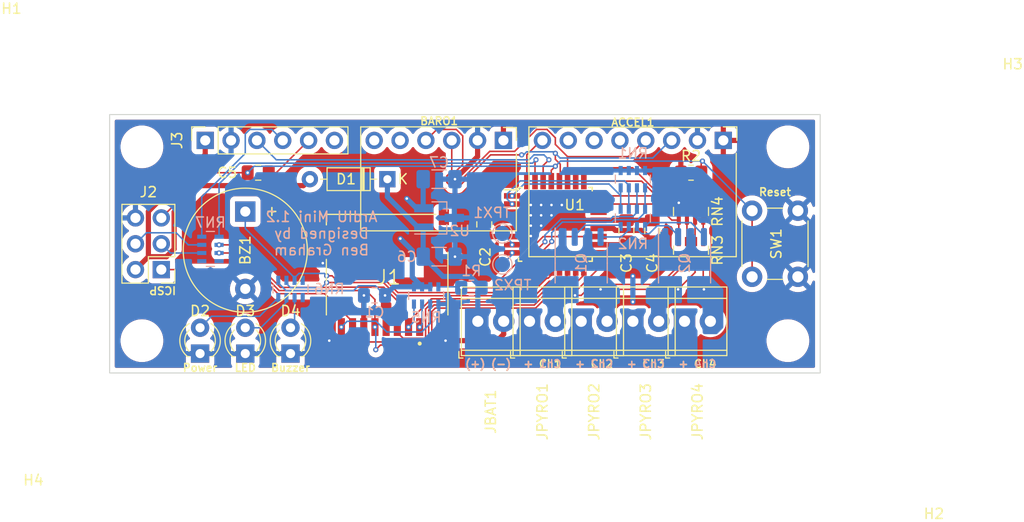
<source format=kicad_pcb>
(kicad_pcb (version 20211014) (generator pcbnew)
  (layers (0 "F.Cu" signal) (31 "B.Cu" signal) (34 "B.Paste" user) (35 "F.Paste" user) (36 "B.SilkS" user "B.Silkscreen") (37 "F.SilkS" user "F.Silkscreen") (38 "B.Mask" user) (39 "F.Mask" user) (44 "Edge.Cuts" user))
  (net 0 "")
  (net 5 "GND")
  (net 6 "+BATT")
  (net 7 "Net-(Q1-Pad2)")
  (net 8 "Net-(Q1-Pad4)")
  (net 9 "Net-(Q2-Pad2)")
  (net 10 "Net-(Q2-Pad4)")
  (net 11 "+3V3")
  (net 12 "Net-(J1-Pad1)")
  (net 13 "/CS_SD")
  (net 14 "/MOSI")
  (net 15 "/SCK")
  (net 16 "/MISO")
  (net 17 "/CH4")
  (net 18 "/CH3")
  (net 19 "/CH2")
  (net 20 "/CH1")
  (net 21 "/SENS1")
  (net 22 "/SENS2")
  (net 23 "/SENS3")
  (net 24 "/SENS4")
  (net 25 "/RST")
  (net 26 "Net-(C4-Pad1)")
  (net 27 "/BUZ")
  (net 28 "/SDA")
  (net 29 "/SCL")
  (net 33 "/INT")
  (net 34 "/PYRO1")
  (net 35 "/PYRO2")
  (net 36 "/PYRO3")
  (net 37 "/PYRO4")
  (net 38 "/DTR")
  (net 39 "+5V")
  (net 40 "/TX")
  (net 41 "/RX")
  (net 45 "/RPWR")
  (net 46 "/RLED")
  (net 47 "/RBUZ")
  (net 48 "Net-(J1-Pad8)")
  (net 49 "/LED")
  (net 52 "/SENS_BATT")
  (net 53 "/5SCK")
  (net 54 "/5MOSI")
  (net 55 "/5RX")
  (net 58 "/XTAL1")
  (net 59 "/XTAL2")
  (footprint "MountingHole:MountingHole_3.2mm_M3" (layer "F.Cu") (at 117.475 123.825)
    (fp_text reference "H2")
    (fp_text value "MountingHole")
  )
  (footprint "TerminalBlock_TE-Connectivity:TerminalBlock_TE_282834-2_1x02_P2.54mm_Horizontal" (layer "F.Cu") (at 97.155 121.92)
    (fp_text reference "JPYRO2")
    (fp_text value "Screw_Terminal_01x02")
  )
  (footprint "Buzzer_Beeper:Buzzer_12x9.5RM7.6" (layer "F.Cu") (at 64.135 111.135 -90)
    (fp_text reference "BZ1")
    (fp_text value "Buzzer")
  )
  (footprint "LED_THT:LED_D3.0mm" (layer "F.Cu") (at 64.135 125.095 90)
    (fp_text reference "D3")
    (fp_text value "LED")
  )
  (footprint "MountingHole:MountingHole_3.2mm_M3" (layer "F.Cu") (at 117.475 104.775)
    (fp_text reference "H3")
    (fp_text value "MountingHole")
  )
  (footprint "Resistor_SMD:R_Array_Concave_4x0603" (layer "F.Cu") (at 107.95 114.935 -90)
    (fp_text reference "RN3")
    (fp_text value "100k")
  )
  (footprint "Package_QFP:TQFP-32_7x7mm_P0.8mm" (layer "F.Cu") (at 94.615 112.395)
    (fp_text reference "U1")
    (fp_text value "ATmega328PB-A")
  )
  (footprint "Capacitor_SMD:C_0805_2012Metric_Pad1.18x1.45mm_HandSolder" (layer "F.Cu") (at 104.14 113.03 90)
    (fp_text reference "C4")
    (fp_text value "0.1u")
  )
  (footprint "Capacitor_SMD:C_0805_2012Metric_Pad1.18x1.45mm_HandSolder" (layer "F.Cu") (at 65.405 107.315 180)
    (fp_text reference "C5")
    (fp_text value "0.1u")
  )
  (footprint "TerminalBlock_TE-Connectivity:TerminalBlock_TE_282834-2_1x02_P2.54mm_Horizontal" (layer "F.Cu") (at 102.235 121.92)
    (fp_text reference "JPYRO3")
    (fp_text value "Screw_Terminal_01x02")
  )
  (footprint "Resistor_SMD:R_Array_Concave_4x0603" (layer "F.Cu") (at 107.95 111.125 -90)
    (fp_text reference "RN4")
    (fp_text value "10k")
  )
  (footprint "Capacitor_SMD:C_0805_2012Metric_Pad1.18x1.45mm_HandSolder" (layer "F.Cu") (at 101.6 113.03 90)
    (fp_text reference "C3")
    (fp_text value "0.1u")
  )
  (footprint "Diode_THT:D_DO-35_SOD27_P7.62mm_Horizontal" (layer "F.Cu") (at 78.105 107.95 180)
    (fp_text reference "D1")
    (fp_text value "1N4148")
  )
  (footprint "Sensor_BreakoutBoards:Breakout_MPU6050_Generic" (layer "F.Cu") (at 111.125 104.14 -90)
    (fp_text reference "ACCEL1")
    (fp_text value "MPU6050")
  )
  (footprint "TerminalBlock_TE-Connectivity:TerminalBlock_TE_282834-2_1x02_P2.54mm_Horizontal" (layer "F.Cu") (at 92.075 121.92)
    (fp_text reference "JPYRO1")
    (fp_text value "Screw_Terminal_01x02")
  )
  (footprint "MountingHole:MountingHole_3.2mm_M3" (layer "F.Cu") (at 53.975 123.825)
    (fp_text reference "H4")
    (fp_text value "MountingHole")
  )
  (footprint "Connector_Amphenol_Custom:Connector_Amphenol_MicroSD_PushPull" (layer "F.Cu") (at 78.08 121.6125)
    (fp_text reference "J1")
    (fp_text value "Micro_SD_Card_Det")
  )
  (footprint "Button_Switch_THT:SW_PUSH_6mm" (layer "F.Cu") (at 113.955 117.55 90)
    (fp_text reference "SW1")
    (fp_text value "SW_Push")
  )
  (footprint "TerminalBlock_TE-Connectivity:TerminalBlock_TE_282834-2_1x02_P2.54mm_Horizontal" (layer "F.Cu") (at 86.995 121.92)
    (fp_text reference "JBAT1")
    (fp_text value "Screw_Terminal_01x02")
  )
  (footprint "LED_THT:LED_D3.0mm" (layer "F.Cu") (at 59.69 125.095 90)
    (fp_text reference "D2")
    (fp_text value "LED")
  )
  (footprint "LED_THT:LED_D3.0mm" (layer "F.Cu") (at 68.58 125.095 90)
    (fp_text reference "D4")
    (fp_text value "LED")
  )
  (footprint "MountingHole:MountingHole_3.2mm_M3" (layer "F.Cu") (at 53.975 104.775)
    (fp_text reference "H1")
    (fp_text value "MountingHole")
  )
  (footprint "Sensor_BreakoutBoards:Breakout_BMP280_Generic" (layer "F.Cu") (at 89.51 104.14 -90)
    (fp_text reference "BARO1")
    (fp_text value "BMP280")
  )
  (footprint "Connector_PinHeader_2.54mm:PinHeader_2x03_P2.54mm_Vertical" (layer "F.Cu") (at 55.88 116.84 180)
    (fp_text reference "J2")
    (fp_text value "ICSP")
  )
  (footprint "TerminalBlock_TE-Connectivity:TerminalBlock_TE_282834-2_1x02_P2.54mm_Horizontal" (layer "F.Cu") (at 107.315 121.92)
    (fp_text reference "JPYRO4")
    (fp_text value "Screw_Terminal_01x02")
  )
  (footprint "Connector_PinSocket_2.54mm:PinSocket_1x06_P2.54mm_Vertical" (layer "F.Cu") (at 60.198 104.14 90)
    (fp_text reference "J3")
    (fp_text value "Conn_01x06_Female")
  )
  (footprint "Resistor_SMD:R_0805_2012Metric_Pad1.20x1.40mm_HandSolder" (layer "F.Cu") (at 107.95 107.315)
    (fp_text reference "R2")
    (fp_text value "10k")
  )
  (footprint "Capacitor_SMD:C_0805_2012Metric_Pad1.18x1.45mm_HandSolder" (layer "F.Cu") (at 87.63 112.395 90)
    (fp_text reference "C2")
    (fp_text value "0.1u")
  )
  (footprint "Capacitor_SMD:C_1206_3216Metric_Pad1.33x1.80mm_HandSolder" (layer "B.Cu") (at 83.185 115.57)
    (fp_text reference "C6")
    (fp_text value "22uF")
  )
  (footprint "Package_SO:SO-8_3.9x4.9mm_P1.27mm" (layer "B.Cu") (at 97.155 116.205 -90)
    (fp_text reference "Q1")
    (fp_text value "AO4838")
  )
  (footprint "Resistor_SMD:R_Array_Concave_4x0603" (layer "B.Cu") (at 81.915 119.38 90)
    (fp_text reference "RN5")
    (fp_text value "10k")
  )
  (footprint "Resistor_SMD:R_Array_Concave_4x0603" (layer "B.Cu") (at 68.58 118.745 -90)
    (fp_text reference "RN6")
    (fp_text value "220")
  )
  (footprint "TestPoint:TestPoint_Pad_D1.5mm" (layer "B.Cu") (at 89.408 116.332 180)
    (fp_text reference "TPX2")
    (fp_text value "x")
  )
  (footprint "Resistor_SMD:R_Array_Concave_4x0603" (layer "B.Cu") (at 102.235 107.95 -90)
    (fp_text reference "RN1")
    (fp_text value "10k")
  )
  (footprint "Resistor_SMD:R_0805_2012Metric_Pad1.20x1.40mm_HandSolder" (layer "B.Cu") (at 86.36 118.618 180)
    (fp_text reference "R1")
    (fp_text value "100k")
  )
  (footprint "Package_SO:SO-8_3.9x4.9mm_P1.27mm" (layer "B.Cu") (at 107.315 116.205 -90)
    (fp_text reference "Q2")
    (fp_text value "AO4838")
  )
  (footprint "TestPoint:TestPoint_Pad_D1.5mm" (layer "B.Cu") (at 89.408 113.284 180)
    (fp_text reference "TPX1")
    (fp_text value "x")
  )
  (footprint "Resistor_SMD:R_Array_Concave_4x0603" (layer "B.Cu") (at 102.235 111.76 -90)
    (fp_text reference "RN2")
    (fp_text value "220")
  )
  (footprint "Package_TO_SOT_SMD:SOT-23_Handsoldering" (layer "B.Cu") (at 83.185 111.76)
    (fp_text reference "U2")
    (fp_text value "AP7375-33SA-7")
  )
  (footprint "Capacitor_SMD:C_0805_2012Metric_Pad1.18x1.45mm_HandSolder" (layer "B.Cu") (at 76.835 119.38 180)
    (fp_text reference "C1")
    (fp_text value "0.1u")
  )
  (footprint "Resistor_SMD:R_Array_Concave_4x0603" (layer "B.Cu") (at 60.706 114.808 180)
    (fp_text reference "RN7")
    (fp_text value "2200")
  )
  (footprint "Capacitor_SMD:C_1206_3216Metric_Pad1.33x1.80mm_HandSolder" (layer "B.Cu") (at 83.185 107.95)
    (fp_text reference "C7")
    (fp_text value "22uF")
  )
  (gr_rect (start 50.8 127) (end 120.65 101.6) (layer "Edge.Cuts") (width 0.1) (fill none))
  (gr_text "ArdIU Mini 1.2\nDesigned by\nBen Graham" (at 71.628 113.284) (layer "B.SilkS") (effects (font (size 1.016 1.016) (thickness 0.1524)) (justify mirror)))
  (gr_text "Ch1 +" (at 93.345 126.111) (layer "B.SilkS") (effects (font (size 0.762 0.762) (thickness 0.1524)) (justify mirror)))
  (gr_text "Ch3 +" (at 103.505 126.111) (layer "B.SilkS") (effects (font (size 0.762 0.762) (thickness 0.1524)) (justify mirror)))
  (gr_text "(+) (-)" (at 88.011 126.111) (layer "B.SilkS") (effects (font (size 0.762 0.762) (thickness 0.1524))))
  (gr_text "Ch2 +" (at 98.425 126.111) (layer "B.SilkS") (effects (font (size 0.762 0.762) (thickness 0.1524)) (justify mirror)))
  (gr_text "Ch4 +" (at 108.585 126.111) (layer "B.SilkS") (effects (font (size 0.762 0.762) (thickness 0.1524)) (justify mirror)))
  (gr_text "+ Ch4" (at 108.585 126.111) (layer "F.SilkS") (effects (font (size 0.762 0.762) (thickness 0.1524))))
  (gr_text "ICSP" (at 56.007 118.872 180) (layer "F.SilkS") (effects (font (size 0.762 0.762) (thickness 0.1524))))
  (gr_text "+ Ch2" (at 98.425 126.111) (layer "F.SilkS") (effects (font (size 0.762 0.762) (thickness 0.1524))))
  (gr_text "Reset" (at 116.205 109.22) (layer "F.SilkS") (effects (font (size 0.762 0.762) (thickness 0.1524))))
  (gr_text "Power" (at 59.69 126.492) (layer "F.SilkS") (effects (font (size 0.762 0.762) (thickness 0.1524))))
  (gr_text "+ Ch3" (at 103.505 126.111) (layer "F.SilkS") (effects (font (size 0.762 0.762) (thickness 0.1524))))
  (gr_text "Buzzer" (at 68.58 126.492) (layer "F.SilkS") (effects (font (size 0.762 0.762) (thickness 0.1524))))
  (gr_text "(+) (-)" (at 88.011 126.111) (layer "F.SilkS") (effects (font (size 0.762 0.762) (thickness 0.1524))))
  (gr_text "LED" (at 64.135 126.492) (layer "F.SilkS") (effects (font (size 0.762 0.762) (thickness 0.1524))))
  (gr_text "+ Ch1" (at 93.345 126.111) (layer "F.SilkS") (effects (font (size 0.762 0.762) (thickness 0.1524))))
  (segment (start 104.14 111.9925) (end 101.6 111.9925) (width 0.508) (layer "F.Cu") (net 5))
  (segment (start 72.13 115.83) (end 71.755 116.205) (width 0.508) (layer "F.Cu") (net 5))
  (segment (start 84.055 114.8775) (end 84.7475 115.57) (width 0.508) (layer "F.Cu") (net 5))
  (segment (start 89.084 111.195) (end 90.365 111.195) (width 0.508) (layer "F.Cu") (net 5))
  (segment (start 72.38 122.3625) (end 72.38 123.815) (width 0.508) (layer "F.Cu") (net 5))
  (segment (start 89.535 121.92) (end 89.535 123.19) (width 0.508) (layer "F.Cu") (net 5))
  (segment (start 86.97 105.7275) (end 84.7475 107.95) (width 0.508) (layer "F.Cu") (net 5))
  (segment (start 90.365 111.195) (end 91.4528 111.195) (width 0.508) (layer "F.Cu") (net 5))
  (segment (start 72.13 114.7625) (end 72.13 115.83) (width 0.508) (layer "F.Cu") (net 5))
  (segment (start 88.9 123.825) (end 83.82 123.825) (width 0.508) (layer "F.Cu") (net 5))
  (segment (start 89.535 123.19) (end 88.9 123.825) (width 0.508) (layer "F.Cu") (net 5))
  (segment (start 75.78 119.3975) (end 75.7975 119.38) (width 0.508) (layer "F.Cu") (net 5))
  (segment (start 72.38 123.815) (end 72.39 123.825) (width 0.508) (layer "F.Cu") (net 5))
  (segment (start 86.97 104.14) (end 86.97 105.7275) (width 0.508) (layer "F.Cu") (net 5))
  (segment (start 87.63 111.3575) (end 87.7925 111.195) (width 0.508) (layer "F.Cu") (net 5))
  (segment (start 83.73 123.735) (end 83.82 123.825) (width 0.508) (layer "F.Cu") (net 5))
  (segment (start 87.7925 111.195) (end 89.084 111.195) (width 0.508) (layer "F.Cu") (net 5))
  (segment (start 101.6 111.9925) (end 98.8675 111.9925) (width 0.508) (layer "F.Cu") (net 5))
  (segment (start 84.055 114.1125) (end 84.055 114.8775) (width 0.508) (layer "F.Cu") (net 5))
  (segment (start 91.4528 111.195) (end 92.2528 111.995) (width 0.508) (layer "F.Cu") (net 5))
  (segment (start 75.78 122.4875) (end 75.78 119.3975) (width 0.508) (layer "F.Cu") (net 5))
  (segment (start 92.2528 111.995) (end 98.865 111.995) (width 0.508) (layer "F.Cu") (net 5))
  (segment (start 90.365 112.795) (end 91.4528 112.795) (width 0.508) (layer "F.Cu") (net 5))
  (segment (start 91.4528 112.795) (end 92.2528 111.995) (width 0.508) (layer "F.Cu") (net 5))
  (segment (start 109.15 110.275) (end 106.75 110.275) (width 0.508) (layer "F.Cu") (net 5))
  (segment (start 83.73 122.3625) (end 83.73 123.735) (width 0.508) (layer "F.Cu") (net 5))
  (segment (start 98.865 111.995) (end 98.8675 111.9925) (width 0.508) (layer "F.Cu") (net 5))
  (via (at 92.202 112.522) (size 0.508) (drill 0.254) (layers "F.Cu" "B.Cu") (net 5))
  (via (at 94.234 111.506) (size 0.508) (drill 0.254) (layers "F.Cu" "B.Cu") (net 5))
  (via (at 95.25 110.49) (size 0.508) (drill 0.254) (layers "F.Cu" "B.Cu") (net 5))
  (via (at 92.202 111.506) (size 0.508) (drill 0.254) (layers "F.Cu" "B.Cu") (net 5))
  (via (at 93.218 111.506) (size 0.508) (drill 0.254) (layers "F.Cu" "B.Cu") (net 5))
  (via (at 84.7475 115.57) (size 0.508) (drill 0.254) (layers "F.Cu" "B.Cu") (net 5))
  (via (at 84.7475 107.95) (size 0.508) (drill 0.254) (layers "F.Cu" "B.Cu") (net 5))
  (via (at 106.75 110.275) (size 0.508) (drill 0.254) (layers "F.Cu" "B.Cu") (net 5))
  (via (at 92.202 113.538) (size 0.508) (drill 0.254) (layers "F.Cu" "B.Cu") (net 5))
  (via (at 75.7975 119.38) (size 0.508) (drill 0.254) (layers "F.Cu" "B.Cu") (net 5))
  (via (at 93.218 112.522) (size 0.508) (drill 0.254) (layers "F.Cu" "B.Cu") (net 5))
  (via (at 93.218 110.49) (size 0.508) (drill 0.254) (layers "F.Cu" "B.Cu") (net 5))
  (via (at 92.202 110.49) (size 0.508) (drill 0.254) (layers "F.Cu" "B.Cu") (net 5))
  (via (at 94.234 110.49) (size 0.508) (drill 0.254) (layers "F.Cu" "B.Cu") (net 5))
  (via (at 71.755 116.205) (size 0.508) (drill 0.254) (layers "F.Cu" "B.Cu") (net 5))
  (via (at 72.39 123.825) (size 0.508) (drill 0.254) (layers "F.Cu" "B.Cu") (net 5))
  (via (at 83.82 123.825) (size 0.508) (drill 0.254) (layers "F.Cu" "B.Cu") (net 5))
  (segment (start 86.995 118.983) (end 87.36 118.618) (width 0.508) (layer "B.Cu") (net 6))
  (segment (start 86.995 121.92) (end 86.995 118.983) (width 0.508) (layer "B.Cu") (net 6))
  (segment (start 81.685 112.71) (end 81.135 112.71) (width 0.508) (layer "B.Cu") (net 6))
  (segment (start 78.105 109.68) (end 78.105 107.95) (width 0.508) (layer "B.Cu") (net 6))
  (segment (start 81.6225 112.7725) (end 81.685 112.71) (width 0.508) (layer "B.Cu") (net 6))
  (segment (start 83.5641 117.5116) (end 81.6225 115.57) (width 0.508) (layer "B.Cu") (net 6))
  (segment (start 87.36 118.618) (end 86.2536 117.5116) (width 0.508) (layer "B.Cu") (net 6))
  (segment (start 81.135 112.71) (end 78.105 109.68) (width 0.508) (layer "B.Cu") (net 6))
  (segment (start 81.6225 115.57) (end 81.6225 112.7725) (width 0.508) (layer "B.Cu") (net 6))
  (segment (start 86.2536 117.5116) (end 83.5641 117.5116) (width 0.508) (layer "B.Cu") (net 6))
  (segment (start 97.534479 112.4751) (end 100.9001 112.4751) (width 0.1524) (layer "B.Cu") (net 7))
  (segment (start 96.52 113.489579) (end 97.534479 112.4751) (width 0.1524) (layer "B.Cu") (net 7))
  (segment (start 96.52 113.63) (end 96.52 113.489579) (width 0.1524) (layer "B.Cu") (net 7))
  (segment (start 100.9001 112.4751) (end 101.035 112.61) (width 0.1524) (layer "B.Cu") (net 7))
  (segment (start 101.1222 113.63) (end 101.835 112.9172) (width 0.1524) (layer "B.Cu") (net 8))
  (segment (start 99.06 113.63) (end 101.1222 113.63) (width 0.1524) (layer "B.Cu") (net 8))
  (segment (start 101.835 112.9172) (end 101.835 112.61) (width 0.1524) (layer "B.Cu") (net 8))
  (segment (start 103.0844 113.3094) (end 102.635 112.86) (width 0.1524) (layer "B.Cu") (net 9))
  (segment (start 104.6258 112.5264) (end 103.8428 113.3094) (width 0.1524) (layer "B.Cu") (net 9))
  (segment (start 103.8428 113.3094) (end 103.0844 113.3094) (width 0.1524) (layer "B.Cu") (net 9))
  (segment (start 106.68 113.489579) (end 105.716821 112.5264) (width 0.1524) (layer "B.Cu") (net 9))
  (segment (start 105.716821 112.5264) (end 104.6258 112.5264) (width 0.1524) (layer "B.Cu") (net 9))
  (segment (start 102.635 112.86) (end 102.635 112.61) (width 0.1524) (layer "B.Cu") (net 9))
  (segment (start 106.68 113.63) (end 106.68 113.489579) (width 0.1524) (layer "B.Cu") (net 9))
  (segment (start 109.22 113.63) (end 109.22 113.489579) (width 0.1524) (layer "B.Cu") (net 10))
  (segment (start 109.22 113.489579) (end 107.952021 112.2216) (width 0.1524) (layer "B.Cu") (net 10))
  (segment (start 107.952021 112.2216) (end 103.8234 112.2216) (width 0.1524) (layer "B.Cu") (net 10))
  (segment (start 103.8234 112.2216) (end 103.435 112.61) (width 0.1524) (layer "B.Cu") (net 10))
  (segment (start 88.97 112.3022) (end 88.97 113.595) (width 0.508) (layer "F.Cu") (net 11))
  (segment (start 77.98 122.4875) (end 77.98 119.4875) (width 0.508) (layer "F.Cu") (net 11))
  (segment (start 101.6 116.84) (end 101.6 114.0675) (width 0.508) (layer "F.Cu") (net 11))
  (segment (start 77.98 119.4875) (end 77.8725 119.38) (width 0.508) (layer "F.Cu") (net 11))
  (segment (start 87.7925 113.595) (end 87.63 113.4325) (width 0.508) (layer "F.Cu") (net 11))
  (segment (start 98.865 114.395) (end 101.2725 114.395) (width 0.508) (layer "F.Cu") (net 11))
  (segment (start 90.365 111.995) (end 89.2772 111.995) (width 0.508) (layer "F.Cu") (net 11))
  (segment (start 88.97 113.595) (end 87.7925 113.595) (width 0.508) (layer "F.Cu") (net 11))
  (segment (start 102.235 117.475) (end 101.6 116.84) (width 0.508) (layer "F.Cu") (net 11))
  (segment (start 101.2725 114.395) (end 101.6 114.0675) (width 0.508) (layer "F.Cu") (net 11))
  (segment (start 89.2772 111.995) (end 88.97 112.3022) (width 0.508) (layer "F.Cu") (net 11))
  (segment (start 90.365 113.595) (end 88.97 113.595) (width 0.508) (layer "F.Cu") (net 11))
  (via (at 102.235 117.475) (size 0.508) (drill 0.254) (layers "F.Cu" "B.Cu") (net 11))
  (via (at 77.8725 119.38) (size 0.508) (drill 0.254) (layers "F.Cu" "B.Cu") (net 11))
  (via (at 80.01 109.855) (size 0.508) (drill 0.254) (layers "F.Cu" "B.Cu") (net 11))
  (via (at 79.375 113.792) (size 0.508) (drill 0.254) (layers "F.Cu" "B.Cu") (net 11))
  (via (at 102.235 120.015) (size 0.508) (drill 0.254) (layers "F.Cu" "B.Cu") (net 11))
  (segment (start 74.771757 118.9164) (end 75.261757 118.4264) (width 0.1524) (layer "B.Cu") (net 11))
  (segment (start 67.38 118.145) (end 68.1514 118.9164) (width 0.1524) (layer "B.Cu") (net 11))
  (segment (start 102.235 117.475) (end 102.235 120.015) (width 0.508) (layer "B.Cu") (net 11))
  (segment (start 78.7225 118.53) (end 77.8725 119.38) (width 0.508) (layer "B.Cu") (net 11))
  (segment (start 80.965 110.81) (end 80.01 109.855) (width 0.508) (layer "B.Cu") (net 11))
  (segment (start 81.515 118.53) (end 80.5536 117.5686) (width 0.508) (layer "B.Cu") (net 11))
  (segment (start 80.5536 114.9706) (end 79.375 113.792) (width 0.508) (layer "B.Cu") (net 11))
  (segment (start 82.315 118.53) (end 80.715 118.53) (width 0.508) (layer "B.Cu") (net 11))
  (segment (start 80.715 118.53) (end 78.7225 118.53) (width 0.508) (layer "B.Cu") (net 11))
  (segment (start 75.261757 118.4264) (end 76.9189 118.4264) (width 0.1524) (layer "B.Cu") (net 11))
  (segment (start 76.9189 118.4264) (end 77.8725 119.38) (width 0.1524) (layer "B.Cu") (net 11))
  (segment (start 68.1514 118.9164) (end 74.771757 118.9164) (width 0.1524) (layer "B.Cu") (net 11))
  (segment (start 81.6225 110.7475) (end 81.685 110.81) (width 0.508) (layer "B.Cu") (net 11))
  (segment (start 67.38 117.895) (end 67.38 118.145) (width 0.1524) (layer "B.Cu") (net 11))
  (segment (start 80.5536 117.5686) (end 80.5536 114.9706) (width 0.508) (layer "B.Cu") (net 11))
  (segment (start 81.685 110.81) (end 80.965 110.81) (width 0.508) (layer "B.Cu") (net 11))
  (segment (start 81.6225 107.95) (end 81.6225 110.7475) (width 0.508) (layer "B.Cu") (net 11))
  (via (at 81.28 122.4875) (size 0.508) (drill 0.254) (layers "F.Cu" "B.Cu") (net 12))
  (segment (start 81.515 122.2525) (end 81.28 122.4875) (width 0.1524) (layer "B.Cu") (net 12))
  (segment (start 81.515 120.23) (end 81.515 122.2525) (width 0.1524) (layer "B.Cu") (net 12))
  (segment (start 80.18 122.4875) (end 80.18 121.9625) (width 0.1524) (layer "F.Cu") (net 13))
  (segment (start 95.2138 117.9784) (end 95.815 117.3772) (width 0.1524) (layer "F.Cu") (net 13))
  (segment (start 80.18 121.9625) (end 82.4323 119.7102) (width 0.1524) (layer "F.Cu") (net 13))
  (segment (start 95.815 117.3772) (end 95.815 116.645) (width 0.1524) (layer "F.Cu") (net 13))
  (segment (start 92.2959 119.7102) (end 94.0277 117.9784) (width 0.1524) (layer "F.Cu") (net 13))
  (segment (start 82.4323 119.7102) (end 92.2959 119.7102) (width 0.1524) (layer "F.Cu") (net 13))
  (segment (start 94.0277 117.9784) (end 95.2138 117.9784) (width 0.1524) (layer "F.Cu") (net 13))
  (via (at 80.18 122.4875) (size 0.508) (drill 0.254) (layers "F.Cu" "B.Cu") (net 13))
  (segment (start 80.715 120.23) (end 80.715 121.9525) (width 0.1524) (layer "B.Cu") (net 13))
  (segment (start 80.715 121.9525) (end 80.18 122.4875) (width 0.1524) (layer "B.Cu") (net 13))
  (segment (start 81.8586 123.5911) (end 81.8586 120.714952) (width 0.1524) (layer "F.Cu") (net 14))
  (segment (start 82.558552 120.015) (end 92.422152 120.015) (width 0.1524) (layer "F.Cu") (net 14))
  (segment (start 63.404052 114.408) (end 61.556 114.408) (width 0.1524) (layer "F.Cu") (net 14))
  (segment (start 77.7422 118.5672) (end 72.3613 118.5672) (width 0.1524) (layer "F.Cu") (net 14))
  (segment (start 95.709 118.2832) (end 96.615 117.3772) (width 0.1524) (layer "F.Cu") (net 14))
  (segment (start 79.08 122.4875) (end 79.08 123.022) (width 0.1524) (layer "F.Cu") (net 14))
  (segment (start 67.588652 118.5926) (end 63.404052 114.408) (width 0.1524) (layer "F.Cu") (net 14))
  (segment (start 81.8586 120.714952) (end 82.558552 120.015) (width 0.1524) (layer "F.Cu") (net 14))
  (segment (start 72.3359 118.5926) (end 67.588652 118.5926) (width 0.1524) (layer "F.Cu") (net 14))
  (segment (start 79.6491 123.5911) (end 81.8586 123.5911) (width 0.1524) (layer "F.Cu") (net 14))
  (segment (start 92.422152 120.015) (end 94.153952 118.2832) (width 0.1524) (layer "F.Cu") (net 14))
  (segment (start 79.08 122.4875) (end 79.08 119.905) (width 0.1524) (layer "F.Cu") (net 14))
  (segment (start 79.08 123.022) (end 79.6491 123.5911) (width 0.1524) (layer "F.Cu") (net 14))
  (segment (start 72.3613 118.5672) (end 72.3359 118.5926) (width 0.1524) (layer "F.Cu") (net 14))
  (segment (start 79.08 119.905) (end 77.7422 118.5672) (width 0.1524) (layer "F.Cu") (net 14))
  (segment (start 94.153952 118.2832) (end 95.709 118.2832) (width 0.1524) (layer "F.Cu") (net 14))
  (segment (start 96.615 117.3772) (end 96.615 116.645) (width 0.1524) (layer "F.Cu") (net 14))
  (via (at 61.556 114.408) (size 0.508) (drill 0.254) (layers "F.Cu" "B.Cu") (net 14))
  (segment (start 98.865 115.195) (end 98.865 116.7272) (width 0.1524) (layer "F.Cu") (net 15))
  (segment (start 75.2856 118.8974) (end 67.4624 118.8974) (width 0.1524) (layer "F.Cu") (net 15))
  (segment (start 63.773 115.208) (end 61.556 115.208) (width 0.1524) (layer "F.Cu") (net 15))
  (segment (start 82.811056 120.6246) (end 82.4682 120.967456) (width 0.1524) (layer "F.Cu") (net 15))
  (segment (start 76.88 122.4875) (end 76.88 119.78) (width 0.1524) (layer "F.Cu") (net 15))
  (segment (start 98.865 116.7272) (end 96.6994 118.8928) (width 0.1524) (layer "F.Cu") (net 15))
  (segment (start 82.4682 120.967456) (end 82.4682 123.843604) (width 0.1524) (layer "F.Cu") (net 15))
  (segment (start 92.674656 120.6246) (end 82.811056 120.6246) (width 0.1524) (layer "F.Cu") (net 15))
  (segment (start 77.4192 124.2568) (end 76.962 124.714) (width 0.1524) (layer "F.Cu") (net 15))
  (segment (start 75.311 118.872) (end 75.2856 118.8974) (width 0.1524) (layer "F.Cu") (net 15))
  (segment (start 82.4682 123.843604) (end 82.055004 124.2568) (width 0.1524) (layer "F.Cu") (net 15))
  (segment (start 82.055004 124.2568) (end 77.4192 124.2568) (width 0.1524) (layer "F.Cu") (net 15))
  (segment (start 76.88 119.78) (end 75.972 118.872) (width 0.1524) (layer "F.Cu") (net 15))
  (segment (start 75.972 118.872) (end 75.311 118.872) (width 0.1524) (layer "F.Cu") (net 15))
  (segment (start 96.6994 118.8928) (end 94.406456 118.8928) (width 0.1524) (layer "F.Cu") (net 15))
  (segment (start 67.4624 118.8974) (end 63.773 115.208) (width 0.1524) (layer "F.Cu") (net 15))
  (segment (start 94.406456 118.8928) (end 92.674656 120.6246) (width 0.1524) (layer "F.Cu") (net 15))
  (via (at 76.962 124.714) (size 0.508) (drill 0.254) (layers "F.Cu" "B.Cu") (net 15))
  (via (at 61.556 115.208) (size 0.508) (drill 0.254) (layers "F.Cu" "B.Cu") (net 15))
  (via (at 76.88 122.4875) (size 0.508) (drill 0.254) (layers "F.Cu" "B.Cu") (net 15))
  (segment (start 76.962 124.714) (end 76.962 122.5695) (width 0.1524) (layer "B.Cu") (net 15))
  (segment (start 76.962 122.5695) (end 76.88 122.4875) (width 0.1524) (layer "B.Cu") (net 15))
  (segment (start 71.9197 119.2022) (end 67.336148 119.2022) (width 0.1524) (layer "F.Cu") (net 16))
  (segment (start 67.336148 119.2022) (end 64.973948 116.84) (width 0.1524) (layer "F.Cu") (net 16))
  (segment (start 92.548404 120.3198) (end 82.684804 120.3198) (width 0.1524) (layer "F.Cu") (net 16))
  (segment (start 74.68 123.0697) (end 74.68 122.4875) (width 0.1524) (layer "F.Cu") (net 16))
  (segment (start 97.415 116.645) (end 97.415 117.3772) (width 0.1524) (layer "F.Cu") (net 16))
  (segment (start 82.1634 120.841204) (end 82.1634 123.717352) (width 0.1524) (layer "F.Cu") (net 16))
  (segment (start 74.68 121.9625) (end 71.9197 119.2022) (width 0.1524) (layer "F.Cu") (net 16))
  (segment (start 96.2042 118.588) (end 94.280204 118.588) (width 0.1524) (layer "F.Cu") (net 16))
  (segment (start 82.684804 120.3198) (end 82.1634 120.841204) (width 0.1524) (layer "F.Cu") (net 16))
  (segment (start 82.1634 123.717352) (end 81.928752 123.952) (width 0.1524) (layer "F.Cu") (net 16))
  (segment (start 64.973948 116.84) (end 55.88 116.84) (width 0.1524) (layer "F.Cu") (net 16))
  (segment (start 74.68 122.4875) (end 74.68 121.9625) (width 0.1524) (layer "F.Cu") (net 16))
  (segment (start 94.280204 118.588) (end 92.548404 120.3198) (width 0.1524) (layer "F.Cu") (net 16))
  (segment (start 97.415 117.3772) (end 96.2042 118.588) (width 0.1524) (layer "F.Cu") (net 16))
  (segment (start 75.5623 123.952) (end 74.68 123.0697) (width 0.1524) (layer "F.Cu") (net 16))
  (segment (start 81.928752 123.952) (end 75.5623 123.952) (width 0.1524) (layer "F.Cu") (net 16))
  (segment (start 94.2594 114.114894) (end 94.2594 114.0771) (width 0.1524) (layer "F.Cu") (net 17))
  (segment (start 92.615 115.759294) (end 94.2594 114.114894) (width 0.1524) (layer "F.Cu") (net 17))
  (segment (start 92.615 116.645) (end 92.615 115.759294) (width 0.1524) (layer "F.Cu") (net 17))
  (via (at 94.2594 114.0771) (size 0.508) (drill 0.254) (layers "F.Cu" "B.Cu") (net 17))
  (segment (start 103.435 111.2172) (end 102.7208 111.9314) (width 0.1524) (layer "B.Cu") (net 17))
  (segment (start 100.4126 111.9314) (end 100.1737 112.1703) (width 0.1524) (layer "B.Cu") (net 17))
  (segment (start 102.7208 111.9314) (end 100.4126 111.9314) (width 0.1524) (layer "B.Cu") (net 17))
  (segment (start 100.1737 112.1703) (end 95.299279 112.1703) (width 0.1524) (layer "B.Cu") (net 17))
  (segment (start 95.299279 112.1703) (end 94.2594 113.210179) (width 0.1524) (layer "B.Cu") (net 17))
  (segment (start 94.2594 113.210179) (end 94.2594 114.0771) (width 0.1524) (layer "B.Cu") (net 17))
  (segment (start 103.435 110.91) (end 103.435 108.8) (width 0.1524) (layer "B.Cu") (net 17))
  (segment (start 103.435 110.91) (end 103.435 111.2172) (width 0.1524) (layer "B.Cu") (net 17))
  (segment (start 91.815 116.645) (end 91.815 115.876794) (width 0.1524) (layer "F.Cu") (net 18))
  (segment (start 91.815 115.876794) (end 93.59396 114.097834) (width 0.1524) (layer "F.Cu") (net 18))
  (via (at 93.59396 114.097834) (size 0.508) (drill 0.254) (layers "F.Cu" "B.Cu") (net 18))
  (segment (start 102.635 111.2172) (end 102.2256 111.6266) (width 0.1524) (layer "B.Cu") (net 18))
  (segment (start 102.2256 111.6266) (end 100.286348 111.6266) (width 0.1524) (layer "B.Cu") (net 18))
  (segment (start 93.59396 113.444567) (end 93.59396 114.097834) (width 0.1524) (layer "B.Cu") (net 18))
  (segment (start 100.047448 111.8655) (end 95.173027 111.8655) (width 0.1524) (layer "B.Cu") (net 18))
  (segment (start 102.635 110.91) (end 102.635 108.8) (width 0.1524) (layer "B.Cu") (net 18))
  (segment (start 102.635 110.91) (end 102.635 111.2172) (width 0.1524) (layer "B.Cu") (net 18))
  (segment (start 95.173027 111.8655) (end 93.59396 113.444567) (width 0.1524) (layer "B.Cu") (net 18))
  (segment (start 100.286348 111.6266) (end 100.047448 111.8655) (width 0.1524) (layer "B.Cu") (net 18))
  (via (at 90.365 110.395) (size 0.508) (drill 0.254) (layers "F.Cu" "B.Cu") (net 19))
  (segment (start 91.1561 108.1214) (end 89.8824 109.3951) (width 0.1524) (layer "B.Cu") (net 19))
  (segment (start 101.835 110.91) (end 101.835 108.8) (width 0.1524) (layer "B.Cu") (net 19))
  (segment (start 89.8824 109.3951) (end 89.8824 109.9124) (width 0.1524) (layer "B.Cu") (net 19))
  (segment (start 101.835 108.8) (end 101.835 108.55) (width 0.1524) (layer "B.Cu") (net 19))
  (segment (start 89.8824 109.9124) (end 90.365 110.395) (width 0.1524) (layer "B.Cu") (net 19))
  (segment (start 101.4064 108.1214) (end 91.1561 108.1214) (width 0.1524) (layer "B.Cu") (net 19))
  (segment (start 101.835 108.55) (end 101.4064 108.1214) (width 0.1524) (layer "B.Cu") (net 19))
  (via (at 90.365 109.595) (size 0.508) (drill 0.254) (layers "F.Cu" "B.Cu") (net 20))
  (segment (start 101.035 110.91) (end 101.035 109.5694) (width 0.1524) (layer "B.Cu") (net 20))
  (segment (start 99.8918 108.4262) (end 101.035 109.5694) (width 0.1524) (layer "B.Cu") (net 20))
  (segment (start 90.365 109.595) (end 91.5338 108.4262) (width 0.1524) (layer "B.Cu") (net 20))
  (segment (start 101.035 109.5694) (end 101.035 108.8) (width 0.1524) (layer "B.Cu") (net 20))
  (segment (start 91.5338 108.4262) (end 99.8918 108.4262) (width 0.1524) (layer "B.Cu") (net 20))
  (segment (start 106.75 114.085) (end 106.75 111.975) (width 0.1524) (layer "F.Cu") (net 21))
  (segment (start 104.4768 110.395) (end 98.865 110.395) (width 0.1524) (layer "F.Cu") (net 21))
  (segment (start 106.0568 111.975) (end 104.4768 110.395) (width 0.1524) (layer "F.Cu") (net 21))
  (segment (start 106.75 111.975) (end 106.0568 111.975) (width 0.1524) (layer "F.Cu") (net 21))
  (segment (start 107.55 111.975) (end 107.55 111.6678) (width 0.1524) (layer "F.Cu") (net 22))
  (segment (start 107.55 114.085) (end 107.55 111.975) (width 0.1524) (layer "F.Cu") (net 22))
  (segment (start 107.55 111.6678) (end 107.1786 111.2964) (width 0.1524) (layer "F.Cu") (net 22))
  (segment (start 104.107852 109.595) (end 98.865 109.595) (width 0.1524) (layer "F.Cu") (net 22))
  (segment (start 105.809252 111.2964) (end 104.107852 109.595) (width 0.1524) (layer "F.Cu") (net 22))
  (segment (start 107.1786 111.2964) (end 105.809252 111.2964) (width 0.1524) (layer "F.Cu") (net 22))
  (segment (start 108.35 111.975) (end 108.35 111.725) (width 0.1524) (layer "F.Cu") (net 23))
  (segment (start 107.5786 110.9536) (end 105.897504 110.9536) (width 0.1524) (layer "F.Cu") (net 23))
  (segment (start 108.35 111.725) (end 107.5786 110.9536) (width 0.1524) (layer "F.Cu") (net 23))
  (segment (start 103.088904 108.145) (end 97.415 108.145) (width 0.1524) (layer "F.Cu") (net 23))
  (segment (start 108.35 114.085) (end 108.35 111.975) (width 0.1524) (layer "F.Cu") (net 23))
  (segment (start 105.897504 110.9536) (end 103.088904 108.145) (width 0.1524) (layer "F.Cu") (net 23))
  (segment (start 109.6326 109.6504) (end 109.5786 109.5964) (width 0.1524) (layer "F.Cu") (net 24))
  (segment (start 97.1954 106.8324) (end 96.615 107.4128) (width 0.1524) (layer "F.Cu") (net 24))
  (segment (start 109.6326 111.4924) (end 109.6326 109.6504) (width 0.1524) (layer "F.Cu") (net 24))
  (segment (start 96.615 107.4128) (end 96.615 108.145) (width 0.1524) (layer "F.Cu") (net 24))
  (segment (start 109.5786 109.5964) (end 104.971356 109.5964) (width 0.1524) (layer "F.Cu") (net 24))
  (segment (start 104.971356 109.5964) (end 102.207356 106.8324) (width 0.1524) (layer "F.Cu") (net 24))
  (segment (start 102.207356 106.8324) (end 97.1954 106.8324) (width 0.1524) (layer "F.Cu") (net 24))
  (segment (start 109.15 114.085) (end 109.15 111.975) (width 0.1524) (layer "F.Cu") (net 24))
  (segment (start 109.15 111.975) (end 109.6326 111.4924) (width 0.1524) (layer "F.Cu") (net 24))
  (segment (start 94.615 106.68) (end 94.215 107.08) (width 0.1524) (layer "F.Cu") (net 25))
  (segment (start 94.215 107.08) (end 94.215 108.145) (width 0.1524) (layer "F.Cu") (net 25))
  (segment (start 60.325 107.315) (end 55.88 111.76) (width 0.1524) (layer "F.Cu") (net 25))
  (segment (start 64.3675 107.315) (end 60.325 107.315) (width 0.1524) (layer "F.Cu") (net 25))
  (segment (start 108.95 106.299) (end 109.077 106.172) (width 0.1524) (layer "F.Cu") (net 25))
  (segment (start 113.955 117.55) (end 113.955 111.05) (width 0.1524) (layer "F.Cu") (net 25))
  (segment (start 108.95 107.315) (end 108.95 106.299) (width 0.1524) (layer "F.Cu") (net 25))
  (via (at 64.3675 107.315) (size 0.508) (drill 0.254) (layers "F.Cu" "B.Cu") (net 25))
  (via (at 109.077 106.172) (size 0.508) (drill 0.254) (layers "F.Cu" "B.Cu") (net 25))
  (via (at 94.615 106.68) (size 0.508) (drill 0.254) (layers "F.Cu" "B.Cu") (net 25))
  (segment (start 95.123 106.172) (end 109.077 106.172) (width 0.1524) (layer "B.Cu") (net 25))
  (segment (start 113.955 111.05) (end 109.077 106.172) (width 0.1524) (layer "B.Cu") (net 25))
  (segment (start 94.615 106.68) (end 95.123 106.172) (width 0.1524) (layer "B.Cu") (net 25))
  (segment (start 94.615 106.68) (end 65.0025 106.68) (width 0.1524) (layer "B.Cu") (net 25))
  (segment (start 65.0025 106.68) (end 64.3675 107.315) (width 0.1524) (layer "B.Cu") (net 25))
  (segment (start 103.0589 112.9864) (end 100.515 112.9864) (width 0.508) (layer "F.Cu") (net 26))
  (segment (start 100.515 112.9864) (end 100.3236 112.795) (width 0.508) (layer "F.Cu") (net 26))
  (segment (start 104.14 114.0675) (end 103.0589 112.9864) (width 0.508) (layer "F.Cu") (net 26))
  (segment (start 100.3236 112.795) (end 98.865 112.795) (width 0.508) (layer "F.Cu") (net 26))
  (segment (start 72.669897 117.450097) (end 73.025 117.8052) (width 0.1524) (layer "F.Cu") (net 27))
  (segment (start 93.415 117.5974) (end 93.415 116.645) (width 0.1524) (layer "F.Cu") (net 27))
  (segment (start 77.842304 117.8052) (end 79.137704 119.1006) (width 0.1524) (layer "F.Cu") (net 27))
  (segment (start 79.137704 119.1006) (end 91.9118 119.1006) (width 0.1524) (layer "F.Cu") (net 27))
  (segment (start 72.136 117.450097) (end 72.669897 117.450097) (width 0.1524) (layer "F.Cu") (net 27))
  (segment (start 73.025 117.8052) (end 77.842304 117.8052) (width 0.1524) (layer "F.Cu") (net 27))
  (segment (start 91.9118 119.1006) (end 93.415 117.5974) (width 0.1524) (layer "F.Cu") (net 27))
  (via (at 72.136 117.450097) (size 0.508) (drill 0.254) (layers "F.Cu" "B.Cu") (net 27))
  (segment (start 68.98 117.895) (end 68.98 117.645) (width 0.1524) (layer "B.Cu") (net 27))
  (segment (start 64.135 112.8) (end 64.135 111.135) (width 0.1524) (layer "B.Cu") (net 27))
  (segment (start 68.98 117.645) (end 69.4086 117.2164) (width 0.1524) (layer "B.Cu") (net 27))
  (segment (start 71.902303 117.2164) (end 72.136 117.450097) (width 0.1524) (layer "B.Cu") (net 27))
  (segment (start 68.98 117.645) (end 64.135 112.8) (width 0.1524) (layer "B.Cu") (net 27))
  (segment (start 69.4086 117.2164) (end 71.902303 117.2164) (width 0.1524) (layer "B.Cu") (net 27))
  (segment (start 84.9474 108.4326) (end 88.1614 105.2186) (width 0.1524) (layer "F.Cu") (net 28))
  (segment (start 88.1614 105.2186) (end 90.614029 105.2186) (width 0.1524) (layer "F.Cu") (net 28))
  (segment (start 84.2649 107.7501) (end 84.2649 108.1499) (width 0.1524) (layer "F.Cu") (net 28))
  (segment (start 81.89 104.14) (end 82.9686 103.0614) (width 0.1524) (layer "F.Cu") (net 28))
  (segment (start 84.2649 108.1499) (end 84.5476 108.4326) (width 0.1524) (layer "F.Cu") (net 28))
  (segment (start 82.9686 103.0614) (end 84.876771 103.0614) (width 0.1524) (layer "F.Cu") (net 28))
  (segment (start 84.876771 103.0614) (end 85.5086 103.693229) (width 0.1524) (layer "F.Cu") (net 28))
  (segment (start 95.815 105.735724) (end 101.782276 105.735724) (width 0.1524) (layer "F.Cu") (net 28))
  (segment (start 94.615 104.535724) (end 95.815 105.735724) (width 0.1524) (layer "F.Cu") (net 28))
  (segment (start 93.791771 103.0614) (end 94.615 103.884629) (width 0.1524) (layer "F.Cu") (net 28))
  (segment (start 84.5476 108.4326) (end 84.9474 108.4326) (width 0.1524) (layer "F.Cu") (net 28))
  (segment (start 92.771229 103.0614) (end 93.791771 103.0614) (width 0.1524) (layer "F.Cu") (net 28))
  (segment (start 85.5086 103.693229) (end 85.5086 106.5064) (width 0.1524) (layer "F.Cu") (net 28))
  (segment (start 101.782276 105.735724) (end 103.505 104.013) (width 0.1524) (layer "F.Cu") (net 28))
  (segment (start 94.615 103.884629) (end 94.615 104.535724) (width 0.1524) (layer "F.Cu") (net 28))
  (segment (start 85.5086 106.5064) (end 84.2649 107.7501) (width 0.1524) (layer "F.Cu") (net 28))
  (segment (start 95.815 105.735724) (end 95.815 108.145) (width 0.1524) (layer "F.Cu") (net 28))
  (segment (start 90.614029 105.2186) (end 92.771229 103.0614) (width 0.1524) (layer "F.Cu") (net 28))
  (segment (start 88.248152 105.5629) (end 85.073652 108.7374) (width 0.1524) (layer "F.Cu") (net 29))
  (segment (start 91.301506 105.5629) (end 88.248152 105.5629) (width 0.1524) (layer "F.Cu") (net 29))
  (segment (start 83.9601 108.276152) (end 83.9601 107.623848) (width 0.1524) (layer "F.Cu") (net 29))
  (segment (start 95.0976 108.0624) (end 95.0976 106.4801) (width 0.1524) (layer "F.Cu") (net 29))
  (segment (start 83.9601 107.623848) (end 84.43 107.153948) (width 0.1524) (layer "F.Cu") (net 29))
  (segment (start 84.421348 108.7374) (end 83.9601 108.276152) (width 0.1524) (layer "F.Cu") (net 29))
  (segment (start 85.073652 108.7374) (end 84.421348 108.7374) (width 0.1524) (layer "F.Cu") (net 29))
  (segment (start 94.615 105.9975) (end 94.615 105.41) (width 0.1524) (layer "F.Cu") (net 29))
  (segment (start 84.43 107.153948) (end 84.43 104.14) (width 0.1524) (layer "F.Cu") (net 29))
  (segment (start 95.015 108.145) (end 95.0976 108.0624) (width 0.1524) (layer "F.Cu") (net 29))
  (segment (start 95.0976 106.4801) (end 94.615 105.9975) (width 0.1524) (layer "F.Cu") (net 29))
  (via (at 94.615 105.41) (size 0.508) (drill 0.254) (layers "F.Cu" "B.Cu") (net 29))
  (via (at 91.301506 105.5629) (size 0.508) (drill 0.254) (layers "F.Cu" "B.Cu") (net 29))
  (segment (start 94.615 105.41) (end 95.0722 105.8672) (width 0.1524) (layer "B.Cu") (net 29))
  (segment (start 95.0722 105.8672) (end 104.1908 105.8672) (width 0.1524) (layer "B.Cu") (net 29))
  (segment (start 91.491048 105.5629) (end 91.796348 105.2576) (width 0.1524) (layer "B.Cu") (net 29))
  (segment (start 91.301506 105.5629) (end 91.491048 105.5629) (width 0.1524) (layer "B.Cu") (net 29))
  (segment (start 91.796348 105.2576) (end 94.4626 105.2576) (width 0.1524) (layer "B.Cu") (net 29))
  (segment (start 94.4626 105.2576) (end 94.615 105.41) (width 0.1524) (layer "B.Cu") (net 29))
  (segment (start 104.1908 105.8672) (end 106.045 104.013) (width 0.1524) (layer "B.Cu") (net 29))
  (segment (start 93.345 104.013) (end 91.815 105.543) (width 0.1524) (layer "F.Cu") (net 33))
  (segment (start 91.815 105.543) (end 91.815 108.145) (width 0.1524) (layer "F.Cu") (net 33))
  (segment (start 106.75 116.461148) (end 106.75 115.785) (width 0.1524) (layer "F.Cu") (net 34))
  (segment (start 96.5454 119.3749) (end 97.1601 119.3749) (width 0.1524) (layer "F.Cu") (net 34))
  (segment (start 104.913748 118.2974) (end 106.75 116.461148) (width 0.1524) (layer "F.Cu") (net 34))
  (segment (start 98.2376 118.2974) (end 104.913748 118.2974) (width 0.1524) (layer "F.Cu") (net 34))
  (segment (start 97.1601 119.3749) (end 98.2376 118.2974) (width 0.1524) (layer "F.Cu") (net 34))
  (via (at 96.5454 119.3749) (size 0.508) (drill 0.254) (layers "F.Cu" "B.Cu") (net 34))
  (segment (start 107.55 115.785) (end 107.55 116.0922) (width 0.1524) (layer "F.Cu") (net 35))
  (segment (start 104.8622 118.78) (end 99.06 118.78) (width 0.1524) (layer "F.Cu") (net 35))
  (segment (start 107.55 116.0922) (end 104.8622 118.78) (width 0.1524) (layer "F.Cu") (net 35))
  (via (at 99.06 118.78) (size 0.508) (drill 0.254) (layers "F.Cu" "B.Cu") (net 35))
  (segment (start 108.35 115.785) (end 108.35 117.11) (width 0.1524) (layer "F.Cu") (net 36))
  (segment (start 108.35 117.11) (end 106.68 118.78) (width 0.1524) (layer "F.Cu") (net 36))
  (via (at 106.68 118.78) (size 0.508) (drill 0.254) (layers "F.Cu" "B.Cu") (net 36))
  (segment (start 109.15 115.785) (end 109.15 118.71) (width 0.1524) (layer "F.Cu") (net 37))
  (segment (start 109.15 118.71) (end 109.22 118.78) (width 0.1524) (layer "F.Cu") (net 37))
  (via (at 109.22 118.78) (size 0.508) (drill 0.254) (layers "F.Cu" "B.Cu") (net 37))
  (segment (start 67.183 107.315) (end 66.4425 107.315) (width 0.1524) (layer "F.Cu") (net 38))
  (segment (start 70.358 104.14) (end 67.183 107.315) (width 0.1524) (layer "F.Cu") (net 38))
  (segment (start 57.1364 114.820418) (end 56.386818 115.57) (width 0.508) (layer "F.Cu") (net 39))
  (segment (start 69.85 108.585) (end 59.7375 108.585) (width 0.508) (layer "F.Cu") (net 39))
  (segment (start 60.198 105.537) (end 60.198 104.14) (width 0.508) (layer "F.Cu") (net 39))
  (segment (start 54.61 111.125) (end 60.198 105.537) (width 0.508) (layer "F.Cu") (net 39))
  (segment (start 57.1364 111.1861) (end 57.1364 114.820418) (width 0.508) (layer "F.Cu") (net 39))
  (segment (start 59.7375 108.585) (end 57.1364 111.1861) (width 0.508) (layer "F.Cu") (net 39))
  (segment (start 70.485 107.95) (end 69.85 108.585) (width 0.508) (layer "F.Cu") (net 39))
  (segment (start 54.61 115.57) (end 54.61 111.125) (width 0.508) (layer "F.Cu") (net 39))
  (segment (start 56.386818 115.57) (end 54.61 115.57) (width 0.508) (layer "F.Cu") (net 39))
  (segment (start 53.34 116.84) (end 54.61 115.57) (width 0.508) (layer "F.Cu") (net 39))
  (segment (start 70.4596 107.9754) (end 70.485 107.95) (width 0.508) (layer "B.Cu") (net 39))
  (segment (start 93.98 106.045) (end 93.415 106.61) (width 0.1524) (layer "F.Cu") (net 40))
  (segment (start 93.415 106.61) (end 93.415 108.145) (width 0.1524) (layer "F.Cu") (net 40))
  (via (at 93.98 106.045) (size 0.508) (drill 0.254) (layers "F.Cu" "B.Cu") (net 40))
  (segment (start 92.5101 105.5624) (end 92.0275 106.045) (width 0.1524) (layer "B.Cu") (net 40))
  (segment (start 67.183 106.045) (end 65.278 104.14) (width 0.1524) (layer "B.Cu") (net 40))
  (segment (start 93.4974 105.5624) (end 92.5101 105.5624) (width 0.1524) (layer "B.Cu") (net 40))
  (segment (start 92.0275 106.045) (end 67.183 106.045) (width 0.1524) (layer "B.Cu") (net 40))
  (segment (start 93.98 106.045) (end 93.4974 105.5624) (width 0.1524) (layer "B.Cu") (net 40))
  (segment (start 92.71 106.045) (end 92.615 106.14) (width 0.1524) (layer "F.Cu") (net 41))
  (segment (start 92.615 106.14) (end 92.615 108.145) (width 0.1524) (layer "F.Cu") (net 41))
  (via (at 92.71 106.045) (size 0.508) (drill 0.254) (layers "F.Cu" "B.Cu") (net 41))
  (segment (start 92.71 106.045) (end 92.3798 106.3752) (width 0.1524) (layer "B.Cu") (net 41))
  (segment (start 63.600852 106.3752) (end 61.556 108.420052) (width 0.1524) (layer "B.Cu") (net 41))
  (segment (start 61.556 108.420052) (end 61.556 113.608) (width 0.1524) (layer "B.Cu") (net 41))
  (segment (start 92.3798 106.3752) (end 63.600852 106.3752) (width 0.1524) (layer "B.Cu") (net 41))
  (segment (start 59.69 122.555) (end 60.8186 121.4264) (width 0.1524) (layer "B.Cu") (net 45))
  (segment (start 65.5486 121.4264) (end 67.38 119.595) (width 0.1524) (layer "B.Cu") (net 45))
  (segment (start 60.8186 121.4264) (end 65.5486 121.4264) (width 0.1524) (layer "B.Cu") (net 45))
  (segment (start 64.135 122.555) (end 65.659 122.555) (width 0.1524) (layer "B.Cu") (net 46))
  (segment (start 68.18 120.034) (end 68.18 119.595) (width 0.1524) (layer "B.Cu") (net 46))
  (segment (start 65.659 122.555) (end 68.18 120.034) (width 0.1524) (layer "B.Cu") (net 46))
  (segment (start 68.58 122.555) (end 68.98 122.155) (width 0.1524) (layer "B.Cu") (net 47))
  (segment (start 68.98 122.155) (end 68.98 119.595) (width 0.1524) (layer "B.Cu") (net 47))
  (via (at 73.58 122.4875) (size 0.508) (drill 0.254) (layers "F.Cu" "B.Cu") (net 48))
  (segment (start 82.315 122.135) (end 81.4799 122.9701) (width 0.1524) (layer "B.Cu") (net 48))
  (segment (start 78.0451 122.9701) (end 76.995 121.92) (width 0.1524) (layer "B.Cu") (net 48))
  (segment (start 74.1475 121.92) (end 73.58 122.4875) (width 0.1524) (layer "B.Cu") (net 48))
  (segment (start 76.995 121.92) (end 74.1475 121.92) (width 0.1524) (layer "B.Cu") (net 48))
  (segment (start 81.4799 122.9701) (end 78.0451 122.9701) (width 0.1524) (layer "B.Cu") (net 48))
  (segment (start 82.315 120.23) (end 82.315 122.135) (width 0.1524) (layer "B.Cu") (net 48))
  (segment (start 77.716052 118.11) (end 72.136 118.11) (width 0.1524) (layer "F.Cu") (net 49))
  (segment (start 94.215 116.645) (end 94.215 117.3772) (width 0.1524) (layer "F.Cu") (net 49))
  (segment (start 94.215 117.3772) (end 93.9186 117.6736) (width 0.1524) (layer "F.Cu") (net 49))
  (segment (start 92.0496 119.4054) (end 79.011452 119.4054) (width 0.1524) (layer "F.Cu") (net 49))
  (segment (start 93.7814 117.6736) (end 92.0496 119.4054) (width 0.1524) (layer "F.Cu") (net 49))
  (segment (start 79.011452 119.4054) (end 77.716052 118.11) (width 0.1524) (layer "F.Cu") (net 49))
  (segment (start 93.9186 117.6736) (end 93.7814 117.6736) (width 0.1524) (layer "F.Cu") (net 49))
  (via (at 72.136 118.11) (size 0.508) (drill 0.254) (layers "F.Cu" "B.Cu") (net 49))
  (segment (start 68.18 117.895) (end 68.18 118.1672) (width 0.1524) (layer "B.Cu") (net 49))
  (segment (start 68.58 118.6116) (end 71.6344 118.6116) (width 0.1524) (layer "B.Cu") (net 49))
  (segment (start 68.18 117.895) (end 68.18 118.2116) (width 0.1524) (layer "B.Cu") (net 49))
  (segment (start 71.6344 118.6116) (end 72.136 118.11) (width 0.1524) (layer "B.Cu") (net 49))
  (segment (start 68.18 118.2116) (end 68.58 118.6116) (width 0.1524) (layer "B.Cu") (net 49))
  (segment (start 98.865 113.595) (end 93.415 113.595) (width 0.1524) (layer "F.Cu") (net 52))
  (segment (start 88.392 118.618) (end 85.36 118.618) (width 0.1524) (layer "F.Cu") (net 52))
  (segment (start 93.415 113.595) (end 88.392 118.618) (width 0.1524) (layer "F.Cu") (net 52))
  (via (at 85.36 118.618) (size 0.508) (drill 0.254) (layers "F.Cu" "B.Cu") (net 52))
  (segment (start 83.115 118.53) (end 85.272 118.53) (width 0.1524) (layer "B.Cu") (net 52))
  (segment (start 85.272 118.53) (end 85.36 118.618) (width 0.1524) (layer "B.Cu") (net 52))
  (segment (start 59.856 115.208) (end 56.788 115.208) (width 0.1524) (layer "B.Cu") (net 53))
  (segment (start 56.788 115.208) (end 55.88 114.3) (width 0.1524) (layer "B.Cu") (net 53))
  (segment (start 58.528 114.408) (end 57.3414 113.2214) (width 0.1524) (layer "B.Cu") (net 54))
  (segment (start 54.4186 113.2214) (end 53.34 114.3) (width 0.1524) (layer "B.Cu") (net 54))
  (segment (start 59.856 114.408) (end 58.528 114.408) (width 0.1524) (layer "B.Cu") (net 54))
  (segment (start 57.3414 113.2214) (end 54.4186 113.2214) (width 0.1524) (layer "B.Cu") (net 54))
  (segment (start 59.856 109.689) (end 64.135 105.41) (width 0.1524) (layer "B.Cu") (net 55))
  (segment (start 64.135 103.505) (end 64.5786 103.0614) (width 0.1524) (layer "B.Cu") (net 55))
  (segment (start 66.7394 103.0614) (end 67.818 104.14) (width 0.1524) (layer "B.Cu") (net 55))
  (segment (start 64.135 105.41) (end 64.135 103.505) (width 0.1524) (layer "B.Cu") (net 55))
  (segment (start 64.5786 103.0614) (end 66.7394 103.0614) (width 0.1524) (layer "B.Cu") (net 55))
  (segment (start 59.856 113.608) (end 59.856 109.689) (width 0.1524) (layer "B.Cu") (net 55))
  (via (at 90.365 114.395) (size 0.508) (drill 0.254) (layers "F.Cu" "B.Cu") (net 58))
  (segment (start 90.365 114.395) (end 90.365 114.241) (width 0.1524) (layer "B.Cu") (net 58))
  (segment (start 90.365 114.241) (end 89.408 113.284) (width 0.1524) (layer "B.Cu") (net 58))
  (via (at 90.365 115.195) (size 0.508) (drill 0.254) (layers "F.Cu" "B.Cu") (net 59))
  (segment (start 90.365 115.375) (end 90.365 115.195) (width 0.1524) (layer "B.Cu") (net 59))
  (segment (start 89.408 116.332) (end 90.365 115.375) (width 0.1524) (layer "B.Cu") (net 59))
  (zone (net 11) (net_name "+3V3") (layer "F.Cu") (connect_pads (clearance 0.508)) (min_thickness 0.254) (fill yes (thermal_gap 0.508) (thermal_bridge_width 0.508))
    (polygon (pts (xy 120.65 127) (xy 50.8 127) (xy 50.8 101.6) (xy 120.65 101.6)))
  )
  (zone (net 5) (net_name "GND") (layer "F.Cu") (priority 3) (connect_pads yes (clearance 0.508)) (min_thickness 0.254) (fill yes (thermal_gap 0.508) (thermal_bridge_width 0.508))
    (polygon (pts (xy 97.79 115.57) (xy 91.44 115.57) (xy 91.44 109.22) (xy 97.79 109.22)))
  )
  (zone (net 6) (net_name "+BATT") (layer "B.Cu") (priority 3) (connect_pads yes (clearance 0.508)) (min_thickness 0.254) (fill yes (thermal_gap 0.508) (thermal_bridge_width 0.508))
    (polygon (pts (xy 88.265 123.19) (xy 90.805 123.19) (xy 90.805 120.65) (xy 93.345 120.65) (xy 93.345 123.19) (xy 95.885 123.19) (xy 95.885 120.65) (xy 98.425 120.65) (xy 98.425 123.19) (xy 100.965 123.19) (xy 100.965 120.65) (xy 103.505 120.65) (xy 103.505 123.19) (xy 106.045 123.19) (xy 106.045 120.65) (xy 108.585 120.65) (xy 108.585 127) (xy 85.725 127) (xy 85.725 120.65) (xy 88.265 120.65)))
  )
  (zone (net 34) (net_name "/PYRO1") (layer "B.Cu") (priority 2) (connect_pads yes (clearance 0.508)) (min_thickness 0.254) (fill yes (thermal_gap 0.508) (thermal_bridge_width 0.508))
    (polygon (pts (xy 96.901 120.65) (xy 95.885 120.65) (xy 95.885 122.555) (xy 95.25 123.19) (xy 93.98 123.19) (xy 93.345 122.555) (xy 93.345 118.745) (xy 94.615 117.475) (xy 96.901 117.475)))
  )
  (zone (net 36) (net_name "/PYRO3") (layer "B.Cu") (priority 2) (connect_pads yes (clearance 0.508)) (min_thickness 0.254) (fill yes (thermal_gap 0.508) (thermal_bridge_width 0.508))
    (polygon (pts (xy 107.061 120.65) (xy 106.045 120.65) (xy 106.045 122.555) (xy 105.41 123.19) (xy 104.14 123.19) (xy 103.505 122.555) (xy 103.505 118.745) (xy 104.775 117.475) (xy 107.061 117.475)))
  )
  (zone (net 5) (net_name "GND") (layer "B.Cu") (connect_pads (clearance 0.508)) (min_thickness 0.254) (fill yes (thermal_gap 0.508) (thermal_bridge_width 0.508))
    (polygon (pts (xy 120.65 127) (xy 50.8 127) (xy 50.8 101.6) (xy 120.65 101.6)))
  )
  (zone (net 5) (net_name "GND") (layer "B.Cu") (priority 1) (connect_pads yes (clearance 0.508)) (min_thickness 0.254) (fill yes (thermal_gap 0.508) (thermal_bridge_width 0.508))
    (polygon (pts (xy 109.855 117.475) (xy 94.615 117.475) (xy 93.345 118.745) (xy 93.345 120.65) (xy 90.805 120.65) (xy 90.805 123.19) (xy 88.265 123.19) (xy 88.265 118.745) (xy 94.615 111.76) (xy 109.855 111.76)))
  )
  (zone (net 35) (net_name "/PYRO2") (layer "B.Cu") (priority 2) (connect_pads yes (clearance 0.508)) (min_thickness 0.254) (fill yes (thermal_gap 0.508) (thermal_bridge_width 0.508))
    (polygon (pts (xy 100.965 118.745) (xy 100.965 122.555) (xy 100.33 123.19) (xy 99.06 123.19) (xy 98.425 122.555) (xy 98.425 120.65) (xy 97.409 120.65) (xy 97.409 117.475) (xy 99.695 117.475)))
  )
  (zone (net 37) (net_name "/PYRO4") (layer "B.Cu") (priority 2) (connect_pads yes (clearance 0.508)) (min_thickness 0.254) (fill yes (thermal_gap 0.508) (thermal_bridge_width 0.508))
    (polygon (pts (xy 111.125 118.745) (xy 111.125 122.555) (xy 110.49 123.19) (xy 109.22 123.19) (xy 108.585 122.555) (xy 108.585 120.65) (xy 107.569 120.65) (xy 107.569 117.475) (xy 109.855 117.475)))
  )
)
</source>
